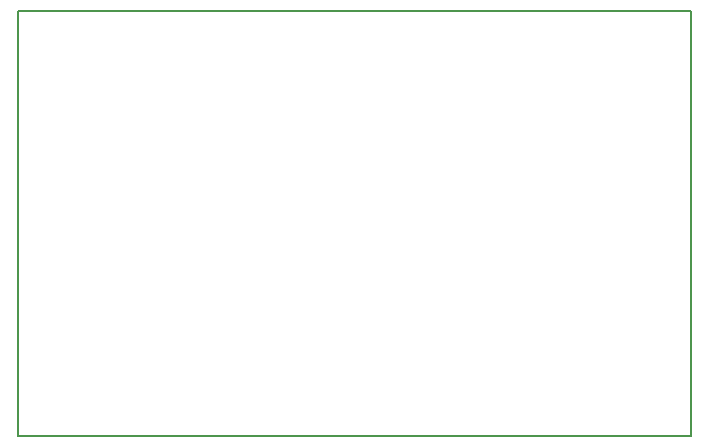
<source format=gm1>
G04 #@! TF.FileFunction,Profile,NP*
%FSLAX46Y46*%
G04 Gerber Fmt 4.6, Leading zero omitted, Abs format (unit mm)*
G04 Created by KiCad (PCBNEW 4.0.4+e1-6308~48~ubuntu16.04.1-stable) date Fri Oct 14 16:45:37 2016*
%MOMM*%
%LPD*%
G01*
G04 APERTURE LIST*
%ADD10C,0.100000*%
%ADD11C,0.150000*%
G04 APERTURE END LIST*
D10*
D11*
X133000000Y-135000000D02*
X133000000Y-99000000D01*
X190000000Y-135000000D02*
X133000000Y-135000000D01*
X190000000Y-99000000D02*
X190000000Y-135000000D01*
X133000000Y-99000000D02*
X190000000Y-99000000D01*
M02*

</source>
